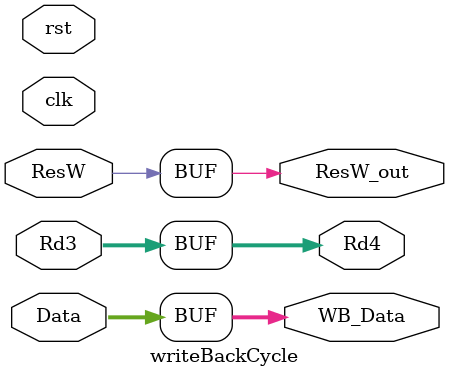
<source format=v>
module writeBackCycle(
    input clk,
    input rst,
    input ResW,
    input [31:0] Data,
    input [4:0] Rd3,
    output ResW_out,
    output [4:0] Rd4,
    output [31:0] WB_Data
);
    assign Rd4 = Rd3;
    assign WB_Data = Data;
    assign ResW_out = ResW;

endmodule
</source>
